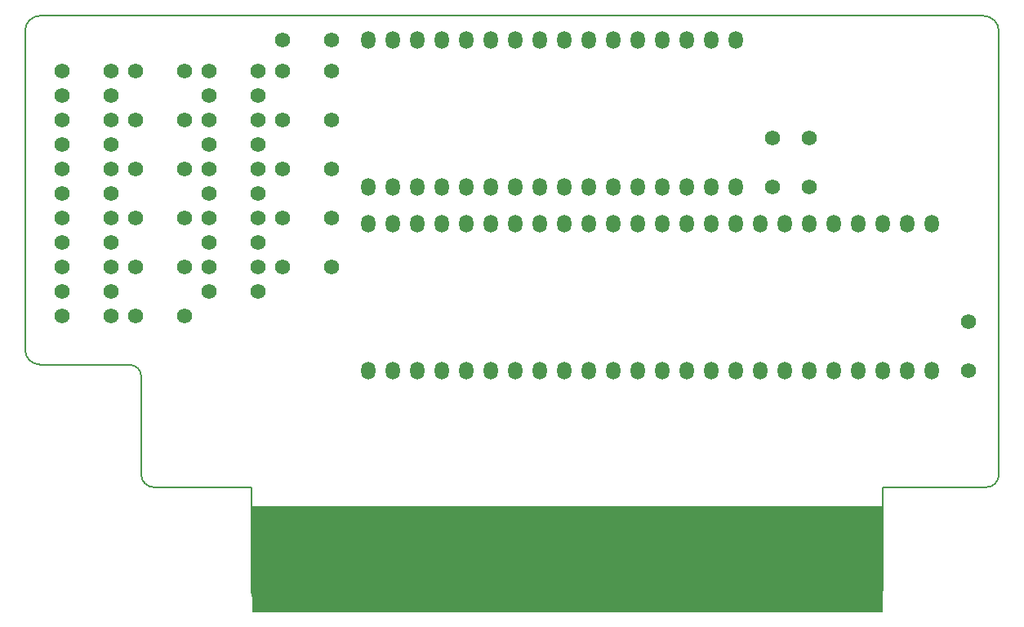
<source format=gbr>
G04 DesignSpark PCB PRO Gerber Version 10.0 Build 5299*
G04 #@! TF.Part,Single*
G04 #@! TF.FileFunction,Soldermask,Bot*
G04 #@! TF.FilePolarity,Negative*
%FSLAX35Y35*%
%MOIN*%
G04 #@! TA.AperFunction,ComponentPad*
%ADD104O,0.05712X0.07287*%
G04 #@! TA.AperFunction,SMDPad,CuDef*
%ADD16R,0.06893X0.35633*%
G04 #@! TD.AperFunction*
%ADD11C,0.00500*%
G04 #@! TA.AperFunction,ComponentPad*
%ADD26C,0.06200*%
G04 #@! TA.AperFunction,WasherPad*
%ADD102R,2.57639X0.43308*%
G04 #@! TD.AperFunction*
X0Y0D02*
D02*
D11*
X112946Y9569D02*
G75*
G02*
X107666Y14849I0J5280D01*
G01*
Y57207D01*
X67750D01*
G75*
G02*
X62750Y62207I0J5000D01*
G01*
Y102207D01*
G75*
G03*
X57750Y107207I-5000J0D01*
G01*
X21500D01*
G75*
G02*
X15250Y113457I0J6250D01*
G01*
Y243402D01*
G75*
G02*
X21500Y249652I6250J0D01*
G01*
X406500D01*
G75*
G02*
X412750Y243402I0J-6250D01*
G01*
Y62207D01*
G75*
G02*
X407750Y57207I-5000J0D01*
G01*
X365304D01*
Y15066D01*
G75*
G02*
X359806Y9569I-5497J0D01*
G01*
X112946D01*
D02*
D16*
X116485Y31616D03*
X126485D03*
X136485D03*
X146485D03*
X156485D03*
X166485D03*
X176485D03*
X186485D03*
X196485D03*
X206485D03*
X216485D03*
X226485D03*
X236485D03*
X246485D03*
X256485D03*
X266485D03*
X276485D03*
X286485D03*
X296485D03*
X306485D03*
X316485D03*
X326485D03*
X336485D03*
X346485D03*
X356485D03*
D02*
D26*
X30250Y127152D03*
Y137152D03*
Y147152D03*
Y157152D03*
Y167152D03*
Y177152D03*
Y187152D03*
Y197152D03*
Y207152D03*
Y217152D03*
Y227152D03*
X50250Y127152D03*
Y137152D03*
Y147152D03*
Y157152D03*
Y167152D03*
Y177152D03*
Y187152D03*
Y197152D03*
Y207152D03*
Y217152D03*
Y227152D03*
X60250Y127152D03*
Y147152D03*
Y167152D03*
Y187152D03*
Y207152D03*
Y227152D03*
X80250Y127152D03*
Y147152D03*
Y167152D03*
Y187152D03*
Y207152D03*
Y227152D03*
X90250Y137152D03*
Y147152D03*
Y157152D03*
Y167152D03*
Y177152D03*
Y187152D03*
Y197152D03*
Y207152D03*
Y217152D03*
Y227152D03*
X110250Y137152D03*
Y147152D03*
Y157152D03*
Y167152D03*
Y177152D03*
Y187152D03*
Y197152D03*
Y207152D03*
Y217152D03*
Y227152D03*
X120250Y147152D03*
Y167152D03*
Y187152D03*
Y207152D03*
Y227152D03*
Y239652D03*
X140250Y147152D03*
Y167152D03*
Y187152D03*
Y207152D03*
Y227152D03*
Y239652D03*
X320250Y179652D03*
Y199652D03*
X335250Y179652D03*
Y199652D03*
X400250Y104652D03*
Y124652D03*
D02*
D102*
X236619Y27837D03*
D02*
D104*
X155250Y104652D03*
Y164652D03*
Y179652D03*
Y239652D03*
X165250Y104652D03*
Y164652D03*
Y179652D03*
Y239652D03*
X175250Y104652D03*
Y164652D03*
Y179652D03*
Y239652D03*
X185250Y104652D03*
Y164652D03*
Y179652D03*
Y239652D03*
X195250Y104652D03*
Y164652D03*
Y179652D03*
Y239652D03*
X205250Y104652D03*
Y164652D03*
Y179652D03*
Y239652D03*
X215250Y104652D03*
Y164652D03*
Y179652D03*
Y239652D03*
X225250Y104652D03*
Y164652D03*
Y179652D03*
Y239652D03*
X235250Y104652D03*
Y164652D03*
Y179652D03*
Y239652D03*
X245250Y104652D03*
Y164652D03*
Y179652D03*
Y239652D03*
X255250Y104652D03*
Y164652D03*
Y179652D03*
Y239652D03*
X265250Y104652D03*
Y164652D03*
Y179652D03*
Y239652D03*
X275250Y104652D03*
Y164652D03*
Y179652D03*
Y239652D03*
X285250Y104652D03*
Y164652D03*
Y179652D03*
Y239652D03*
X295250Y104652D03*
Y164652D03*
Y179652D03*
Y239652D03*
X305250Y104652D03*
Y164652D03*
Y179652D03*
Y239652D03*
X315250Y104652D03*
Y164652D03*
X325250Y104652D03*
Y164652D03*
X335250Y104652D03*
Y164652D03*
X345250Y104652D03*
Y164652D03*
X355250Y104652D03*
Y164652D03*
X365250Y104652D03*
Y164652D03*
X375250Y104652D03*
Y164652D03*
X385250Y104652D03*
Y164652D03*
X0Y0D02*
M02*

</source>
